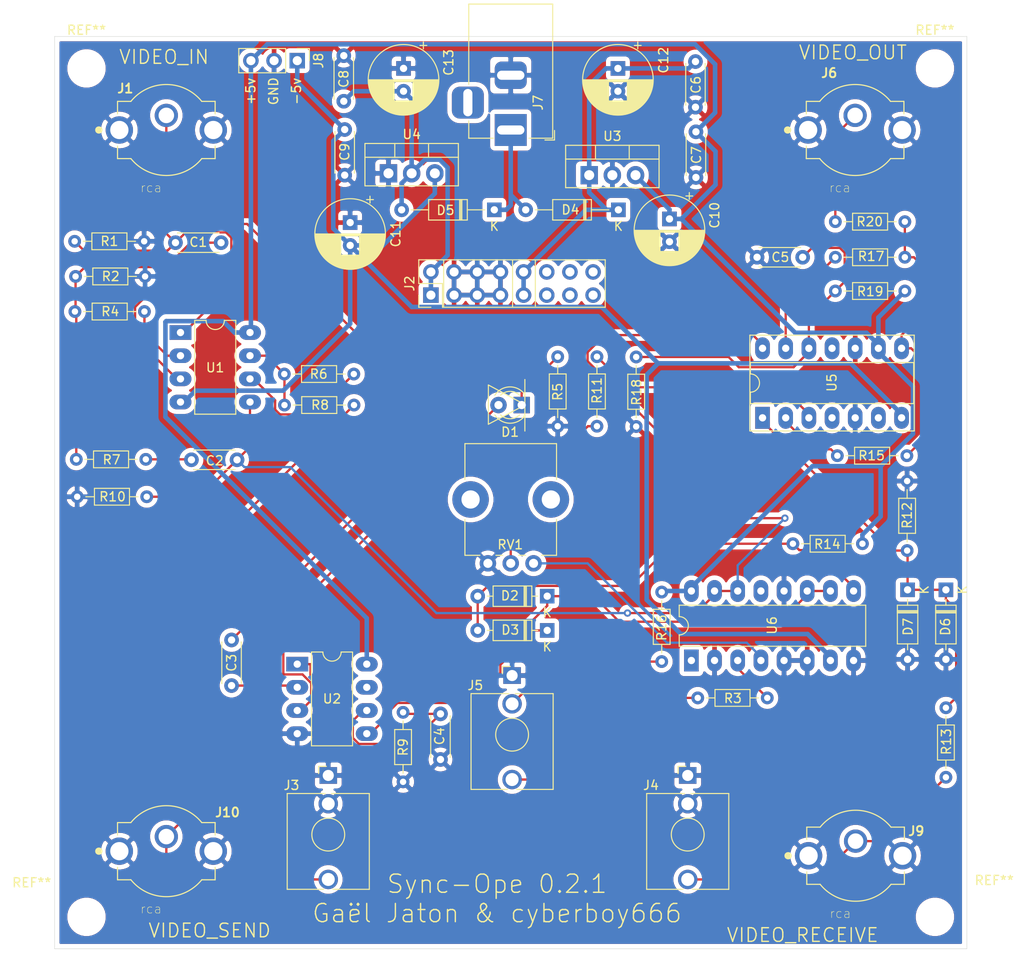
<source format=kicad_pcb>
(kicad_pcb (version 20171130) (host pcbnew 5.1.5+dfsg1-2build2)
  (title_block (title Sync-Ope) (date 2019-11-25) (rev 0.2) (company "Gaël Jaton & cyberboy666"))
  (layers (0 F.Cu signal) (31 B.Cu signal) (34 B.Paste user) (35 F.Paste user) (36 B.SilkS user) (37 F.SilkS user) (38 B.Mask user) (39 F.Mask user) (44 Edge.Cuts user))
  (net 0 "")
  (net 1 "Net-(C1-Pad1)")
  (net 2 VIDEO_TO_SYNC)
  (net 3 "Net-(C2-Pad2)")
  (net 4 DRY_BLANKED_SIGNAL)
  (net 5 "Net-(C3-Pad1)")
  (net 6 "Net-(C4-Pad2)")
  (net 7 GND)
  (net 8 "Net-(C5-Pad1)")
  (net 9 +12V)
  (net 10 +5V)
  (net 11 -12V)
  (net 12 -5V)
  (net 13 "Net-(D1-Pad1)")
  (net 14 "Net-(D1-Pad2)")
  (net 15 BURST_SYNC)
  (net 16 "Net-(D2-Pad2)")
  (net 17 VIDEO_SYNC)
  (net 18 "Net-(J2-Pad11)")
  (net 19 "Net-(J2-Pad12)")
  (net 20 "Net-(J2-Pad13)")
  (net 21 "Net-(J2-Pad14)")
  (net 22 "Net-(J2-Pad15)")
  (net 23 "Net-(J2-Pad16)")
  (net 24 "Net-(J4-PadT)")
  (net 25 "Net-(J5-PadT)")
  (net 26 "Net-(J5-PadTN)")
  (net 27 "Net-(R2-Pad1)")
  (net 28 "Net-(R4-Pad1)")
  (net 29 "Net-(R6-Pad1)")
  (net 30 "Net-(R6-Pad2)")
  (net 31 "Net-(R11-Pad1)")
  (net 32 "Net-(R11-Pad2)")
  (net 33 "Net-(R15-Pad2)")
  (net 34 "Net-(R15-Pad1)")
  (net 35 "Net-(R17-Pad2)")
  (net 36 ADDED_SYNC)
  (net 37 "Net-(U2-Pad7)")
  (net 38 "Net-(U5-Pad4)")
  (net 39 "Net-(U5-Pad11)")
  (net 40 "Net-(U5-Pad6)")
  (net 41 "Net-(U6-Pad1)")
  (net 42 "Net-(U6-Pad13)")
  (net 43 "Net-(D4-Pad2)")
  (net 44 "Net-(D6-Pad1)")
  (net 45 "Net-(R3-Pad2)")
  (net 46 "Net-(J10-Pad1)")
  (net 47 "Net-(J6-Pad1)")
  (net 48 "Net-(J7-Pad3)")
  (module Resistor_THT:R_Axial_DIN0204_L3.6mm_D1.6mm_P7.62mm_Horizontal (layer F.Cu) (at 170.5 122.5)
    (fp_text reference R3 (at 3.85 0.05) (layer F.SilkS))
    (fp_text value 220)
    (pad 1 thru_hole circle (at 0 0) (size 1.4 1.4) (drill 0.7) (layers *.Cu *.Mask) (net 25 "Net-(J5-PadT)"))
    (pad 2 thru_hole oval (at 7.62 0) (size 1.4 1.4) (drill 0.7) (layers *.Cu *.Mask) (net 45 "Net-(R3-Pad2)"))
  )
  (module MountingHole:MountingHole_3.2mm_M3 (layer F.Cu) (at 103.5 146.5)
    (fp_text reference REF** (at -6 -3.75) (layer F.SilkS))
    (fp_text value MountingHole_3.2mm_M3)
    (pad 1 np_thru_hole circle (at 0 0) (size 3.2 3.2) (drill 3.2) (layers *.Cu *.Mask))
  )
  (module MountingHole:MountingHole_3.2mm_M3 (layer F.Cu) (at 196.5 146.5)
    (fp_text reference REF** (at 6.5 -4) (layer F.SilkS))
    (fp_text value MountingHole_3.2mm_M3)
    (pad 1 np_thru_hole circle (at 0 0) (size 3.2 3.2) (drill 3.2) (layers *.Cu *.Mask))
  )
  (module MountingHole:MountingHole_3.2mm_M3 (layer F.Cu) (at 196.5 53.5)
    (fp_text reference REF** (at 0 -4.2) (layer F.SilkS))
    (fp_text value MountingHole_3.2mm_M3)
    (pad 1 np_thru_hole circle (at 0 0) (size 3.2 3.2) (drill 3.2) (layers *.Cu *.Mask))
  )
  (module MountingHole:MountingHole_3.2mm_M3 (layer F.Cu) (at 103.5 53.5)
    (fp_text reference REF** (at 0 -4.2) (layer F.SilkS))
    (fp_text value MountingHole_3.2mm_M3)
    (pad 1 np_thru_hole circle (at 0 0) (size 3.2 3.2) (drill 3.2) (layers *.Cu *.Mask))
  )
  (module Capacitor_THT:C_Disc_D4.3mm_W1.9mm_P5.00mm (layer F.Cu) (at 118.25 72.6 180)
    (fp_text reference C1 (at 2.5 0.05) (layer F.SilkS))
    (fp_text value 100n)
    (pad 1 thru_hole circle (at 0 0 180) (size 1.6 1.6) (drill 0.8) (layers *.Cu *.Mask) (net 1 "Net-(C1-Pad1)"))
    (pad 2 thru_hole circle (at 5 0 180) (size 1.6 1.6) (drill 0.8) (layers *.Cu *.Mask) (net 2 VIDEO_TO_SYNC))
  )
  (module Capacitor_THT:C_Disc_D4.3mm_W1.9mm_P5.00mm (layer F.Cu) (at 120 96.4 180)
    (fp_text reference C2 (at 2.45 -0.1) (layer F.SilkS))
    (fp_text value 100n)
    (pad 2 thru_hole circle (at 5 0 180) (size 1.6 1.6) (drill 0.8) (layers *.Cu *.Mask) (net 3 "Net-(C2-Pad2)"))
    (pad 1 thru_hole circle (at 0 0 180) (size 1.6 1.6) (drill 0.8) (layers *.Cu *.Mask) (net 4 DRY_BLANKED_SIGNAL))
  )
  (module Capacitor_THT:C_Disc_D4.3mm_W1.9mm_P5.00mm (layer F.Cu) (at 119.4 121.15 90)
    (fp_text reference C3 (at 2.5 0 90) (layer F.SilkS))
    (fp_text value 100n)
    (pad 1 thru_hole circle (at 0 0 90) (size 1.6 1.6) (drill 0.8) (layers *.Cu *.Mask) (net 5 "Net-(C3-Pad1)"))
    (pad 2 thru_hole circle (at 5 0 90) (size 1.6 1.6) (drill 0.8) (layers *.Cu *.Mask) (net 2 VIDEO_TO_SYNC))
  )
  (module Capacitor_THT:C_Disc_D4.3mm_W1.9mm_P5.00mm (layer F.Cu) (at 142.3 129.25 90)
    (fp_text reference C4 (at 2.55 -0.1 90) (layer F.SilkS))
    (fp_text value 100n)
    (pad 2 thru_hole circle (at 5 0 90) (size 1.6 1.6) (drill 0.8) (layers *.Cu *.Mask) (net 6 "Net-(C4-Pad2)"))
    (pad 1 thru_hole circle (at 0 0 90) (size 1.6 1.6) (drill 0.8) (layers *.Cu *.Mask) (net 7 GND))
  )
  (module Capacitor_THT:C_Disc_D4.3mm_W1.9mm_P5.00mm (layer F.Cu) (at 182 74.2 180)
    (fp_text reference C5 (at 2.45 0) (layer F.SilkS))
    (fp_text value 100n)
    (pad 1 thru_hole circle (at 0 0 180) (size 1.6 1.6) (drill 0.8) (layers *.Cu *.Mask) (net 8 "Net-(C5-Pad1)"))
    (pad 2 thru_hole circle (at 5 0 180) (size 1.6 1.6) (drill 0.8) (layers *.Cu *.Mask) (net 7 GND))
  )
  (module Capacitor_THT:C_Disc_D4.3mm_W1.9mm_P5.00mm (layer F.Cu) (at 170.25 52.75 270)
    (fp_text reference C6 (at 2.55 -0.05 90) (layer F.SilkS))
    (fp_text value 330n)
    (pad 2 thru_hole circle (at 5 0 270) (size 1.6 1.6) (drill 0.8) (layers *.Cu *.Mask) (net 7 GND))
    (pad 1 thru_hole circle (at 0 0 270) (size 1.6 1.6) (drill 0.8) (layers *.Cu *.Mask) (net 9 +12V))
  )
  (module Capacitor_THT:C_Disc_D4.3mm_W1.9mm_P5.00mm (layer F.Cu) (at 170.3 60.45 270)
    (fp_text reference C7 (at 2.55 -0.05 90) (layer F.SilkS))
    (fp_text value 100n)
    (pad 1 thru_hole circle (at 0 0 270) (size 1.6 1.6) (drill 0.8) (layers *.Cu *.Mask) (net 10 +5V))
    (pad 2 thru_hole circle (at 5 0 270) (size 1.6 1.6) (drill 0.8) (layers *.Cu *.Mask) (net 7 GND))
  )
  (module Capacitor_THT:C_Disc_D4.3mm_W1.9mm_P5.00mm (layer F.Cu) (at 131.7 52.1 270)
    (fp_text reference C8 (at 2.55 0 90) (layer F.SilkS))
    (fp_text value 330n)
    (pad 2 thru_hole circle (at 5 0 270) (size 1.6 1.6) (drill 0.8) (layers *.Cu *.Mask) (net 11 -12V))
    (pad 1 thru_hole circle (at 0 0 270) (size 1.6 1.6) (drill 0.8) (layers *.Cu *.Mask) (net 7 GND))
  )
  (module Capacitor_THT:C_Disc_D4.3mm_W1.9mm_P5.00mm (layer F.Cu) (at 131.8 65.2 90)
    (fp_text reference C9 (at 2.55 0 90) (layer F.SilkS))
    (fp_text value 100n)
    (pad 1 thru_hole circle (at 0 0 90) (size 1.6 1.6) (drill 0.8) (layers *.Cu *.Mask) (net 7 GND))
    (pad 2 thru_hole circle (at 5 0 90) (size 1.6 1.6) (drill 0.8) (layers *.Cu *.Mask) (net 12 -5V))
  )
  (module Capacitor_THT:CP_Radial_D7.5mm_P2.50mm (layer F.Cu) (at 167.4 70 270)
    (fp_text reference C10 (at -0.4 -4.95 90) (layer F.SilkS))
    (fp_text value 100u)
    (pad 1 thru_hole rect (at 0 0 270) (size 1.6 1.6) (drill 0.8) (layers *.Cu *.Mask) (net 10 +5V))
    (pad 2 thru_hole circle (at 2.5 0 270) (size 1.6 1.6) (drill 0.8) (layers *.Cu *.Mask) (net 7 GND))
  )
  (module Capacitor_THT:CP_Radial_D7.5mm_P2.50mm (layer F.Cu) (at 132.4 70.4 270)
    (fp_text reference C11 (at 1.25 -5 90) (layer F.SilkS))
    (fp_text value 100u)
    (pad 2 thru_hole circle (at 2.5 0 270) (size 1.6 1.6) (drill 0.8) (layers *.Cu *.Mask) (net 12 -5V))
    (pad 1 thru_hole rect (at 0 0 270) (size 1.6 1.6) (drill 0.8) (layers *.Cu *.Mask) (net 7 GND))
  )
  (module Capacitor_THT:CP_Radial_D7.5mm_P2.50mm (layer F.Cu) (at 161.75 53.5 270)
    (fp_text reference C12 (at -0.9 -5 90) (layer F.SilkS))
    (fp_text value 200u)
    (pad 1 thru_hole rect (at 0 0 270) (size 1.6 1.6) (drill 0.8) (layers *.Cu *.Mask) (net 9 +12V))
    (pad 2 thru_hole circle (at 2.5 0 270) (size 1.6 1.6) (drill 0.8) (layers *.Cu *.Mask) (net 7 GND))
  )
  (module Capacitor_THT:CP_Radial_D7.5mm_P2.50mm (layer F.Cu) (at 138.25 53.5 270)
    (fp_text reference C13 (at -0.65 -4.95 90) (layer F.SilkS))
    (fp_text value 200u)
    (pad 2 thru_hole circle (at 2.5 0 270) (size 1.6 1.6) (drill 0.8) (layers *.Cu *.Mask) (net 11 -12V))
    (pad 1 thru_hole rect (at 0 0 270) (size 1.6 1.6) (drill 0.8) (layers *.Cu *.Mask) (net 7 GND))
  )
  (module LED_THT:LED_D3.0mm (layer F.Cu) (at 151.2 90.4 180)
    (fp_text reference D1 (at 1.27 -2.96) (layer F.SilkS))
    (fp_text value "video signal indicator LED")
    (pad 1 thru_hole rect (at 0 0 180) (size 1.8 1.8) (drill 0.9) (layers *.Cu *.Mask) (net 13 "Net-(D1-Pad1)"))
    (pad 2 thru_hole circle (at 2.54 0 180) (size 1.8 1.8) (drill 0.9) (layers *.Cu *.Mask) (net 14 "Net-(D1-Pad2)"))
  )
  (module Diode_THT:D_DO-35_SOD27_P7.62mm_Horizontal (layer F.Cu) (at 154 111.35 180)
    (fp_text reference D2 (at 4.1 0.05) (layer F.SilkS))
    (fp_text value 1n4148)
    (fp_text user K (at 0 -1.8) (layer F.SilkS))
    (pad 2 thru_hole oval (at 7.62 0 180) (size 1.6 1.6) (drill 0.8) (layers *.Cu *.Mask) (net 16 "Net-(D2-Pad2)"))
    (pad 1 thru_hole rect (at 0 0 180) (size 1.6 1.6) (drill 0.8) (layers *.Cu *.Mask) (net 15 BURST_SYNC))
  )
  (module Diode_THT:D_DO-35_SOD27_P7.62mm_Horizontal (layer F.Cu) (at 154 115.1 180)
    (fp_text reference D3 (at 4.05 0.05) (layer F.SilkS))
    (fp_text value 1n4148)
    (fp_text user K (at 0 -1.8) (layer F.SilkS))
    (pad 1 thru_hole rect (at 0 0 180) (size 1.6 1.6) (drill 0.8) (layers *.Cu *.Mask) (net 17 VIDEO_SYNC))
    (pad 2 thru_hole oval (at 7.62 0 180) (size 1.6 1.6) (drill 0.8) (layers *.Cu *.Mask) (net 16 "Net-(D2-Pad2)"))
  )
  (module Diode_THT:D_DO-35_SOD27_P10.16mm_Horizontal (layer F.Cu) (at 161.8 69 180)
    (fp_text reference D4 (at 5.25 0) (layer F.SilkS))
    (fp_text value 1n4007)
    (fp_text user K (at 0 -1.8) (layer F.SilkS))
    (pad 1 thru_hole rect (at 0 0 180) (size 1.6 1.6) (drill 0.8) (layers *.Cu *.Mask) (net 9 +12V))
    (pad 2 thru_hole oval (at 10.16 0 180) (size 1.6 1.6) (drill 0.8) (layers *.Cu *.Mask) (net 43 "Net-(D4-Pad2)"))
  )
  (module Diode_THT:D_DO-35_SOD27_P10.16mm_Horizontal (layer F.Cu) (at 148.2 69 180)
    (fp_text reference D5 (at 5.35 -0.05) (layer F.SilkS))
    (fp_text value 1n4007)
    (fp_text user K (at 0 -1.8) (layer F.SilkS))
    (pad 2 thru_hole oval (at 10.16 0 180) (size 1.6 1.6) (drill 0.8) (layers *.Cu *.Mask) (net 11 -12V))
    (pad 1 thru_hole rect (at 0 0 180) (size 1.6 1.6) (drill 0.8) (layers *.Cu *.Mask) (net 43 "Net-(D4-Pad2)"))
  )
  (module Diode_THT:D_DO-35_SOD27_P7.62mm_Horizontal (layer F.Cu) (at 197.7 110.65 270)
    (fp_text reference D6 (at 4.05 0.05 90) (layer F.SilkS))
    (fp_text value zener_1.8v)
    (fp_text user K (at 0 -1.8 90) (layer F.SilkS))
    (pad 1 thru_hole rect (at 0 0 270) (size 1.6 1.6) (drill 0.8) (layers *.Cu *.Mask) (net 44 "Net-(D6-Pad1)"))
    (pad 2 thru_hole oval (at 7.62 0 270) (size 1.6 1.6) (drill 0.8) (layers *.Cu *.Mask) (net 7 GND))
  )
  (module Diode_THT:D_DO-35_SOD27_P7.62mm_Horizontal (layer F.Cu) (at 193.5 110.65 270)
    (fp_text reference D7 (at 4.05 -0.05 90) (layer F.SilkS))
    (fp_text value schottky)
    (fp_text user K (at 0 -1.8 90) (layer F.SilkS))
    (pad 2 thru_hole oval (at 7.62 0 270) (size 1.6 1.6) (drill 0.8) (layers *.Cu *.Mask) (net 7 GND))
    (pad 1 thru_hole rect (at 0 0 270) (size 1.6 1.6) (drill 0.8) (layers *.Cu *.Mask) (net 44 "Net-(D6-Pad1)"))
  )
  (module lib_fp:RCJ-024 (layer F.Cu) (at 112.25 60.25)
    (fp_text reference J1 (at -4.5 -4.55) (layer F.SilkS) (effects (font (size 1.00143 1.00143) (thickness 0.2))))
    (fp_text value rca (at -1.67672 6.32154) (layer F.SilkS) (effects (font (size 1.00104 1.00104) (thickness 0.05))))
    (pad 2 thru_hole circle (at -5.15 0) (size 3 3) (drill 2) (layers *.Cu *.Mask) (net 7 GND))
    (pad 2 thru_hole circle (at 5.15 0) (size 3 3) (drill 2) (layers *.Cu *.Mask) (net 7 GND))
    (pad 1 thru_hole circle (at 0 -1.6) (size 2.55 2.55) (drill 1.7) (layers *.Cu *.Mask) (net 2 VIDEO_TO_SYNC))
  )
  (module Connector_PinHeader_2.54mm:PinHeader_2x08_P2.54mm_Vertical (layer F.Cu) (at 141.25 78.35 90)
    (fp_text reference J2 (at 1.27 -2.33 90) (layer F.SilkS))
    (fp_text value euro_power)
    (pad 1 thru_hole rect (at 0 0 90) (size 1.7 1.7) (drill 1) (layers *.Cu *.Mask) (net 11 -12V))
    (pad 2 thru_hole oval (at 2.54 0 90) (size 1.7 1.7) (drill 1) (layers *.Cu *.Mask) (net 11 -12V))
    (pad 3 thru_hole oval (at 0 2.54 90) (size 1.7 1.7) (drill 1) (layers *.Cu *.Mask) (net 7 GND))
    (pad 4 thru_hole oval (at 2.54 2.54 90) (size 1.7 1.7) (drill 1) (layers *.Cu *.Mask) (net 7 GND))
    (pad 5 thru_hole oval (at 0 5.08 90) (size 1.7 1.7) (drill 1) (layers *.Cu *.Mask) (net 7 GND))
    (pad 6 thru_hole oval (at 2.54 5.08 90) (size 1.7 1.7) (drill 1) (layers *.Cu *.Mask) (net 7 GND))
    (pad 7 thru_hole oval (at 0 7.62 90) (size 1.7 1.7) (drill 1) (layers *.Cu *.Mask) (net 7 GND))
    (pad 8 thru_hole oval (at 2.54 7.62 90) (size 1.7 1.7) (drill 1) (layers *.Cu *.Mask) (net 7 GND))
    (pad 9 thru_hole oval (at 0 10.16 90) (size 1.7 1.7) (drill 1) (layers *.Cu *.Mask) (net 9 +12V))
    (pad 10 thru_hole oval (at 2.54 10.16 90) (size 1.7 1.7) (drill 1) (layers *.Cu *.Mask) (net 9 +12V))
    (pad 11 thru_hole oval (at 0 12.7 90) (size 1.7 1.7) (drill 1) (layers *.Cu *.Mask) (net 18 "Net-(J2-Pad11)"))
    (pad 12 thru_hole oval (at 2.54 12.7 90) (size 1.7 1.7) (drill 1) (layers *.Cu *.Mask) (net 19 "Net-(J2-Pad12)"))
    (pad 13 thru_hole oval (at 0 15.24 90) (size 1.7 1.7) (drill 1) (layers *.Cu *.Mask) (net 20 "Net-(J2-Pad13)"))
    (pad 14 thru_hole oval (at 2.54 15.24 90) (size 1.7 1.7) (drill 1) (layers *.Cu *.Mask) (net 21 "Net-(J2-Pad14)"))
    (pad 15 thru_hole oval (at 0 17.78 90) (size 1.7 1.7) (drill 1) (layers *.Cu *.Mask) (net 22 "Net-(J2-Pad15)"))
    (pad 16 thru_hole oval (at 2.54 17.78 90) (size 1.7 1.7) (drill 1) (layers *.Cu *.Mask) (net 23 "Net-(J2-Pad16)"))
  )
  (module Connector_Audio:Jack_3.5mm_QingPu_WQP-PJ398SM_Vertical_CircularHoles (layer F.Cu) (at 130 131)
    (fp_text reference J3 (at -4.03 1.08 180) (layer F.SilkS))
    (fp_text value mono_jack)
    (pad TN thru_hole circle (at 0 3.1 180) (size 2.13 2.13) (drill 1.42) (layers *.Cu *.Mask) (net 7 GND))
    (pad S thru_hole rect (at 0 0 180) (size 1.93 1.83) (drill 1.22) (layers *.Cu *.Mask) (net 7 GND))
    (pad T thru_hole circle (at 0 11.4 180) (size 2.13 2.13) (drill 1.43) (layers *.Cu *.Mask) (net 46 "Net-(J10-Pad1)"))
  )
  (module Connector_Audio:Jack_3.5mm_QingPu_WQP-PJ398SM_Vertical_CircularHoles (layer F.Cu) (at 169.4 131)
    (fp_text reference J4 (at -4.03 1.08 180) (layer F.SilkS))
    (fp_text value mono_jack)
    (pad TN thru_hole circle (at 0 3.1 180) (size 2.13 2.13) (drill 1.42) (layers *.Cu *.Mask) (net 7 GND))
    (pad S thru_hole rect (at 0 0 180) (size 1.93 1.83) (drill 1.22) (layers *.Cu *.Mask) (net 7 GND))
    (pad T thru_hole circle (at 0 11.4 180) (size 2.13 2.13) (drill 1.43) (layers *.Cu *.Mask) (net 24 "Net-(J4-PadT)"))
  )
  (module Connector_Audio:Jack_3.5mm_QingPu_WQP-PJ398SM_Vertical_CircularHoles (layer F.Cu) (at 150.15 120.05)
    (fp_text reference J5 (at -4.03 1.08 180) (layer F.SilkS))
    (fp_text value mono_jack)
    (pad T thru_hole circle (at 0 11.4 180) (size 2.13 2.13) (drill 1.43) (layers *.Cu *.Mask) (net 25 "Net-(J5-PadT)"))
    (pad S thru_hole rect (at 0 0 180) (size 1.93 1.83) (drill 1.22) (layers *.Cu *.Mask) (net 7 GND))
    (pad TN thru_hole circle (at 0 3.1 180) (size 2.13 2.13) (drill 1.42) (layers *.Cu *.Mask) (net 26 "Net-(J5-PadTN)"))
  )
  (module lib_fp:RCJ-024 (layer F.Cu) (at 187.75 60.25)
    (fp_text reference J6 (at -2.84404 -6.24388) (layer F.SilkS) (effects (font (size 1.00143 1.00143) (thickness 0.2))))
    (fp_text value rca (at -1.67672 6.32154) (layer F.SilkS) (effects (font (size 1.00104 1.00104) (thickness 0.05))))
    (pad 1 thru_hole circle (at 0 -1.6) (size 2.55 2.55) (drill 1.7) (layers *.Cu *.Mask) (net 47 "Net-(J6-Pad1)"))
    (pad 2 thru_hole circle (at 5.15 0) (size 3 3) (drill 2) (layers *.Cu *.Mask) (net 7 GND))
    (pad 2 thru_hole circle (at -5.15 0) (size 3 3) (drill 2) (layers *.Cu *.Mask) (net 7 GND))
  )
  (module Connector_BarrelJack:BarrelJack_Horizontal (layer F.Cu) (at 150 60.25 270)
    (fp_text reference J7 (at -3 -3 90) (layer F.SilkS))
    (fp_text value AC_POWER)
    (pad 1 thru_hole rect (at 0 0 270) (size 3.5 3.5) (drill oval 1 3) (layers *.Cu *.Mask) (net 43 "Net-(D4-Pad2)"))
    (pad 2 thru_hole roundrect (at -6 0 270) (size 3 3.5) (drill oval 1 3) (layers *.Cu *.Mask) (net 7 GND))
    (pad 3 thru_hole roundrect (at -3 4.7 270) (size 3.5 3.5) (drill oval 3 1) (layers *.Cu *.Mask) (net 48 "Net-(J7-Pad3)"))
  )
  (module Connector_PinHeader_2.54mm:PinHeader_1x03_P2.54mm_Vertical (layer F.Cu) (at 126.6 52.65 270)
    (fp_text reference J8 (at 0 -2.33 90) (layer F.SilkS))
    (fp_text value diy_power_header)
    (pad 1 thru_hole rect (at 0 0 270) (size 1.7 1.7) (drill 1) (layers *.Cu *.Mask) (net 12 -5V))
    (pad 2 thru_hole oval (at 0 2.54 270) (size 1.7 1.7) (drill 1) (layers *.Cu *.Mask) (net 7 GND))
    (pad 3 thru_hole oval (at 0 5.08 270) (size 1.7 1.7) (drill 1) (layers *.Cu *.Mask) (net 10 +5V))
  )
  (module lib_fp:RCJ-024 (layer F.Cu) (at 187.8 139.8)
    (fp_text reference J9 (at 6.65 -2.7) (layer F.SilkS) (effects (font (size 1.00143 1.00143) (thickness 0.2))))
    (fp_text value rca (at -1.67672 6.32154) (layer F.SilkS) (effects (font (size 1.00104 1.00104) (thickness 0.05))))
    (pad 1 thru_hole circle (at 0 -1.6) (size 2.55 2.55) (drill 1.7) (layers *.Cu *.Mask) (net 24 "Net-(J4-PadT)"))
    (pad 2 thru_hole circle (at 5.15 0) (size 3 3) (drill 2) (layers *.Cu *.Mask) (net 7 GND))
    (pad 2 thru_hole circle (at -5.15 0) (size 3 3) (drill 2) (layers *.Cu *.Mask) (net 7 GND))
  )
  (module lib_fp:RCJ-024 (layer F.Cu) (at 112.25 139.3)
    (fp_text reference J10 (at 6.7 -4.25) (layer F.SilkS) (effects (font (size 1.00143 1.00143) (thickness 0.2))))
    (fp_text value rca (at -1.67672 6.32154) (layer F.SilkS) (effects (font (size 1.00104 1.00104) (thickness 0.05))))
    (pad 2 thru_hole circle (at -5.15 0) (size 3 3) (drill 2) (layers *.Cu *.Mask) (net 7 GND))
    (pad 2 thru_hole circle (at 5.15 0) (size 3 3) (drill 2) (layers *.Cu *.Mask) (net 7 GND))
    (pad 1 thru_hole circle (at 0 -1.6) (size 2.55 2.55) (drill 1.7) (layers *.Cu *.Mask) (net 46 "Net-(J10-Pad1)"))
  )
  (module Resistor_THT:R_Axial_DIN0204_L3.6mm_D1.6mm_P7.62mm_Horizontal (layer F.Cu) (at 102.2 72.45)
    (fp_text reference R1 (at 3.81 0) (layer F.SilkS))
    (fp_text value 75)
    (pad 2 thru_hole oval (at 7.62 0) (size 1.4 1.4) (drill 0.7) (layers *.Cu *.Mask) (net 7 GND))
    (pad 1 thru_hole circle (at 0 0) (size 1.4 1.4) (drill 0.7) (layers *.Cu *.Mask) (net 2 VIDEO_TO_SYNC))
  )
  (module Resistor_THT:R_Axial_DIN0204_L3.6mm_D1.6mm_P7.62mm_Horizontal (layer F.Cu) (at 102.3 76.3)
    (fp_text reference R2 (at 3.85 0) (layer F.SilkS))
    (fp_text value 1.5k)
    (pad 1 thru_hole circle (at 0 0) (size 1.4 1.4) (drill 0.7) (layers *.Cu *.Mask) (net 27 "Net-(R2-Pad1)"))
    (pad 2 thru_hole oval (at 7.62 0) (size 1.4 1.4) (drill 0.7) (layers *.Cu *.Mask) (net 7 GND))
  )
  (module Resistor_THT:R_Axial_DIN0204_L3.6mm_D1.6mm_P7.62mm_Horizontal (layer F.Cu) (at 109.85 80.15 180)
    (fp_text reference R4 (at 3.75 0) (layer F.SilkS))
    (fp_text value 1.5k)
    (pad 1 thru_hole circle (at 0 0 180) (size 1.4 1.4) (drill 0.7) (layers *.Cu *.Mask) (net 28 "Net-(R4-Pad1)"))
    (pad 2 thru_hole oval (at 7.62 0 180) (size 1.4 1.4) (drill 0.7) (layers *.Cu *.Mask) (net 27 "Net-(R2-Pad1)"))
  )
  (module Resistor_THT:R_Axial_DIN0204_L3.6mm_D1.6mm_P7.62mm_Horizontal (layer F.Cu) (at 155.15 85.1 270)
    (fp_text reference R5 (at 3.85 0 90) (layer F.SilkS))
    (fp_text value 1k)
    (pad 2 thru_hole oval (at 7.62 0 270) (size 1.4 1.4) (drill 0.7) (layers *.Cu *.Mask) (net 7 GND))
    (pad 1 thru_hole circle (at 0 0 270) (size 1.4 1.4) (drill 0.7) (layers *.Cu *.Mask) (net 13 "Net-(D1-Pad1)"))
  )
  (module Resistor_THT:R_Axial_DIN0204_L3.6mm_D1.6mm_P7.62mm_Horizontal (layer F.Cu) (at 132.8 87 180)
    (fp_text reference R6 (at 3.85 0) (layer F.SilkS))
    (fp_text value 1.5k)
    (pad 2 thru_hole oval (at 7.62 0 180) (size 1.4 1.4) (drill 0.7) (layers *.Cu *.Mask) (net 30 "Net-(R6-Pad2)"))
    (pad 1 thru_hole circle (at 0 0 180) (size 1.4 1.4) (drill 0.7) (layers *.Cu *.Mask) (net 29 "Net-(R6-Pad1)"))
  )
  (module Resistor_THT:R_Axial_DIN0204_L3.6mm_D1.6mm_P7.62mm_Horizontal (layer F.Cu) (at 110 96.35 180)
    (fp_text reference R7 (at 3.75 -0.05) (layer F.SilkS))
    (fp_text value 100)
    (pad 2 thru_hole oval (at 7.62 0 180) (size 1.4 1.4) (drill 0.7) (layers *.Cu *.Mask) (net 27 "Net-(R2-Pad1)"))
    (pad 1 thru_hole circle (at 0 0 180) (size 1.4 1.4) (drill 0.7) (layers *.Cu *.Mask) (net 3 "Net-(C2-Pad2)"))
  )
  (module Resistor_THT:R_Axial_DIN0204_L3.6mm_D1.6mm_P7.62mm_Horizontal (layer F.Cu) (at 125.2 90.4)
    (fp_text reference R8 (at 3.9 0) (layer F.SilkS))
    (fp_text value 75)
    (pad 1 thru_hole circle (at 0 0) (size 1.4 1.4) (drill 0.7) (layers *.Cu *.Mask) (net 30 "Net-(R6-Pad2)"))
    (pad 2 thru_hole oval (at 7.62 0) (size 1.4 1.4) (drill 0.7) (layers *.Cu *.Mask) (net 46 "Net-(J10-Pad1)"))
  )
  (module Resistor_THT:R_Axial_DIN0204_L3.6mm_D1.6mm_P7.62mm_Horizontal (layer F.Cu) (at 138.2 131.7 90)
    (fp_text reference R9 (at 3.8 0 90) (layer F.SilkS))
    (fp_text value 680k)
    (pad 2 thru_hole oval (at 7.62 0 90) (size 1.4 1.4) (drill 0.7) (layers *.Cu *.Mask) (net 6 "Net-(C4-Pad2)"))
    (pad 1 thru_hole circle (at 0 0 90) (size 1.4 1.4) (drill 0.7) (layers *.Cu *.Mask) (net 7 GND))
  )
  (module Resistor_THT:R_Axial_DIN0204_L3.6mm_D1.6mm_P7.62mm_Horizontal (layer F.Cu) (at 110.1 100.45 180)
    (fp_text reference R10 (at 3.75 0) (layer F.SilkS))
    (fp_text value 100k)
    (pad 1 thru_hole circle (at 0 0 180) (size 1.4 1.4) (drill 0.7) (layers *.Cu *.Mask) (net 4 DRY_BLANKED_SIGNAL))
    (pad 2 thru_hole oval (at 7.62 0 180) (size 1.4 1.4) (drill 0.7) (layers *.Cu *.Mask) (net 7 GND))
  )
  (module Resistor_THT:R_Axial_DIN0204_L3.6mm_D1.6mm_P7.62mm_Horizontal (layer F.Cu) (at 159.45 85.1 270)
    (fp_text reference R11 (at 3.7 0 90) (layer F.SilkS))
    (fp_text value 220)
    (pad 1 thru_hole circle (at 0 0 270) (size 1.4 1.4) (drill 0.7) (layers *.Cu *.Mask) (net 31 "Net-(R11-Pad1)"))
    (pad 2 thru_hole oval (at 7.62 0 270) (size 1.4 1.4) (drill 0.7) (layers *.Cu *.Mask) (net 32 "Net-(R11-Pad2)"))
  )
  (module Resistor_THT:R_Axial_DIN0204_L3.6mm_D1.6mm_P7.62mm_Horizontal (layer F.Cu) (at 193.45 106.35 90)
    (fp_text reference R12 (at 3.85 0 90) (layer F.SilkS))
    (fp_text value 470k)
    (pad 2 thru_hole oval (at 7.62 0 90) (size 1.4 1.4) (drill 0.7) (layers *.Cu *.Mask) (net 7 GND))
    (pad 1 thru_hole circle (at 0 0 90) (size 1.4 1.4) (drill 0.7) (layers *.Cu *.Mask) (net 44 "Net-(D6-Pad1)"))
  )
  (module Resistor_THT:R_Axial_DIN0204_L3.6mm_D1.6mm_P7.62mm_Horizontal (layer F.Cu) (at 197.7 131.2 90)
    (fp_text reference R13 (at 3.9 0.05 90) (layer F.SilkS))
    (fp_text value 75)
    (pad 2 thru_hole oval (at 7.62 0 90) (size 1.4 1.4) (drill 0.7) (layers *.Cu *.Mask) (net 44 "Net-(D6-Pad1)"))
    (pad 1 thru_hole circle (at 0 0 90) (size 1.4 1.4) (drill 0.7) (layers *.Cu *.Mask) (net 24 "Net-(J4-PadT)"))
  )
  (module Resistor_THT:R_Axial_DIN0204_L3.6mm_D1.6mm_P7.62mm_Horizontal (layer F.Cu) (at 188.55 105.6 180)
    (fp_text reference R14 (at 3.85 -0.05) (layer F.SilkS))
    (fp_text value 10k)
    (pad 2 thru_hole oval (at 7.62 0 180) (size 1.4 1.4) (drill 0.7) (layers *.Cu *.Mask) (net 16 "Net-(D2-Pad2)"))
    (pad 1 thru_hole circle (at 0 0 180) (size 1.4 1.4) (drill 0.7) (layers *.Cu *.Mask) (net 10 +5V))
  )
  (module Resistor_THT:R_Axial_DIN0204_L3.6mm_D1.6mm_P7.62mm_Horizontal (layer F.Cu) (at 185.8 95.95)
    (fp_text reference R15 (at 3.75 0) (layer F.SilkS))
    (fp_text value 1.5k)
    (pad 1 thru_hole circle (at 0 0) (size 1.4 1.4) (drill 0.7) (layers *.Cu *.Mask) (net 34 "Net-(R15-Pad1)"))
    (pad 2 thru_hole oval (at 7.62 0) (size 1.4 1.4) (drill 0.7) (layers *.Cu *.Mask) (net 33 "Net-(R15-Pad2)"))
  )
  (module Resistor_THT:R_Axial_DIN0204_L3.6mm_D1.6mm_P7.62mm_Horizontal (layer F.Cu) (at 166.55 110.9 270)
    (fp_text reference R16 (at 3.9 0 90) (layer F.SilkS))
    (fp_text value 39k)
    (pad 1 thru_hole circle (at 0 0 270) (size 1.4 1.4) (drill 0.7) (layers *.Cu *.Mask) (net 10 +5V))
    (pad 2 thru_hole oval (at 7.62 0 270) (size 1.4 1.4) (drill 0.7) (layers *.Cu *.Mask) (net 26 "Net-(J5-PadTN)"))
  )
  (module Resistor_THT:R_Axial_DIN0204_L3.6mm_D1.6mm_P7.62mm_Horizontal (layer F.Cu) (at 193.2 74.2 180)
    (fp_text reference R17 (at 3.7 0.1) (layer F.SilkS))
    (fp_text value 1.5k)
    (pad 2 thru_hole oval (at 7.62 0 180) (size 1.4 1.4) (drill 0.7) (layers *.Cu *.Mask) (net 35 "Net-(R17-Pad2)"))
    (pad 1 thru_hole circle (at 0 0 180) (size 1.4 1.4) (drill 0.7) (layers *.Cu *.Mask) (net 33 "Net-(R15-Pad2)"))
  )
  (module Resistor_THT:R_Axial_DIN0204_L3.6mm_D1.6mm_P7.62mm_Horizontal (layer F.Cu) (at 163.75 92.75 90)
    (fp_text reference R18 (at 3.75 0.05 90) (layer F.SilkS))
    (fp_text value 10k)
    (pad 1 thru_hole circle (at 0 0 90) (size 1.4 1.4) (drill 0.7) (layers *.Cu *.Mask) (net 7 GND))
    (pad 2 thru_hole oval (at 7.62 0 90) (size 1.4 1.4) (drill 0.7) (layers *.Cu *.Mask) (net 8 "Net-(C5-Pad1)"))
  )
  (module Resistor_THT:R_Axial_DIN0204_L3.6mm_D1.6mm_P7.62mm_Horizontal (layer F.Cu) (at 193.2 77.9 180)
    (fp_text reference R19 (at 3.8 -0.05) (layer F.SilkS))
    (fp_text value 47k)
    (pad 2 thru_hole oval (at 7.62 0 180) (size 1.4 1.4) (drill 0.7) (layers *.Cu *.Mask) (net 8 "Net-(C5-Pad1)"))
    (pad 1 thru_hole circle (at 0 0 180) (size 1.4 1.4) (drill 0.7) (layers *.Cu *.Mask) (net 10 +5V))
  )
  (module Resistor_THT:R_Axial_DIN0204_L3.6mm_D1.6mm_P7.62mm_Horizontal (layer F.Cu) (at 193.2 70.3 180)
    (fp_text reference R20 (at 3.85 0) (layer F.SilkS))
    (fp_text value 75)
    (pad 1 thru_hole circle (at 0 0 180) (size 1.4 1.4) (drill 0.7) (layers *.Cu *.Mask) (net 33 "Net-(R15-Pad2)"))
    (pad 2 thru_hole oval (at 7.62 0 180) (size 1.4 1.4) (drill 0.7) (layers *.Cu *.Mask) (net 47 "Net-(J6-Pad1)"))
  )
  (module Potentiometer_THT:Potentiometer_Alps_RK09K_Single_Vertical (layer F.Cu) (at 152.5 107.75 90)
    (fp_text reference RV1 (at 2.05 -2.55 180) (layer F.SilkS))
    (fp_text value 10k)
    (pad 3 thru_hole circle (at 0 -5 90) (size 1.8 1.8) (drill 1) (layers *.Cu *.Mask) (net 7 GND))
    (pad 2 thru_hole circle (at 0 -2.5 90) (size 1.8 1.8) (drill 1) (layers *.Cu *.Mask) (net 32 "Net-(R11-Pad2)"))
    (pad 1 thru_hole circle (at 0 0 90) (size 1.8 1.8) (drill 1) (layers *.Cu *.Mask) (net 36 ADDED_SYNC))
    (pad "" np_thru_hole circle (at 7 -6.9 90) (size 4 4) (drill 2) (layers *.Cu *.Mask))
    (pad "" np_thru_hole circle (at 7 1.9 90) (size 4 4) (drill 2) (layers *.Cu *.Mask))
  )
  (module Package_DIP:DIP-8_W7.62mm_LongPads (layer F.Cu) (at 113.8 82.45)
    (fp_text reference U1 (at 3.8 3.85) (layer F.SilkS))
    (fp_text value AD8072)
    (pad 1 thru_hole rect (at 0 0) (size 2.4 1.6) (drill 0.8) (layers *.Cu *.Mask) (net 27 "Net-(R2-Pad1)"))
    (pad 5 thru_hole oval (at 7.62 7.62) (size 2.4 1.6) (drill 0.8) (layers *.Cu *.Mask) (net 4 DRY_BLANKED_SIGNAL))
    (pad 2 thru_hole oval (at 0 2.54) (size 2.4 1.6) (drill 0.8) (layers *.Cu *.Mask) (net 28 "Net-(R4-Pad1)"))
    (pad 6 thru_hole oval (at 7.62 5.08) (size 2.4 1.6) (drill 0.8) (layers *.Cu *.Mask) (net 29 "Net-(R6-Pad1)"))
    (pad 3 thru_hole oval (at 0 5.08) (size 2.4 1.6) (drill 0.8) (layers *.Cu *.Mask) (net 1 "Net-(C1-Pad1)"))
    (pad 7 thru_hole oval (at 7.62 2.54) (size 2.4 1.6) (drill 0.8) (layers *.Cu *.Mask) (net 30 "Net-(R6-Pad2)"))
    (pad 4 thru_hole oval (at 0 7.62) (size 2.4 1.6) (drill 0.8) (layers *.Cu *.Mask) (net 12 -5V))
    (pad 8 thru_hole oval (at 7.62 0) (size 2.4 1.6) (drill 0.8) (layers *.Cu *.Mask) (net 10 +5V))
  )
  (module Package_DIP:DIP-8_W7.62mm_LongPads (layer F.Cu) (at 126.6 118.8)
    (fp_text reference U2 (at 3.81 3.8) (layer F.SilkS))
    (fp_text value LM1881)
    (pad 8 thru_hole oval (at 7.62 0) (size 2.4 1.6) (drill 0.8) (layers *.Cu *.Mask) (net 10 +5V))
    (pad 4 thru_hole oval (at 0 7.62) (size 2.4 1.6) (drill 0.8) (layers *.Cu *.Mask) (net 7 GND))
    (pad 7 thru_hole oval (at 7.62 2.54) (size 2.4 1.6) (drill 0.8) (layers *.Cu *.Mask) (net 37 "Net-(U2-Pad7)"))
    (pad 3 thru_hole oval (at 0 5.08) (size 2.4 1.6) (drill 0.8) (layers *.Cu *.Mask) (net 14 "Net-(D1-Pad2)"))
    (pad 6 thru_hole oval (at 7.62 5.08) (size 2.4 1.6) (drill 0.8) (layers *.Cu *.Mask) (net 6 "Net-(C4-Pad2)"))
    (pad 2 thru_hole oval (at 0 2.54) (size 2.4 1.6) (drill 0.8) (layers *.Cu *.Mask) (net 5 "Net-(C3-Pad1)"))
    (pad 5 thru_hole oval (at 7.62 7.62) (size 2.4 1.6) (drill 0.8) (layers *.Cu *.Mask) (net 15 BURST_SYNC))
    (pad 1 thru_hole rect (at 0 0) (size 2.4 1.6) (drill 0.8) (layers *.Cu *.Mask) (net 17 VIDEO_SYNC))
  )
  (module Package_DIP:DIP-14_W7.62mm_Socket_LongPads (layer F.Cu) (at 177.6 91.8 90)
    (fp_text reference U5 (at 3.85 7.6 90) (layer F.SilkS))
    (fp_text value LT1251)
    (pad 1 thru_hole rect (at 0 0 90) (size 2.4 1.6) (drill 0.8) (layers *.Cu *.Mask) (net 44 "Net-(D6-Pad1)"))
    (pad 8 thru_hole oval (at 7.62 15.24 90) (size 2.4 1.6) (drill 0.8) (layers *.Cu *.Mask) (net 33 "Net-(R15-Pad2)"))
    (pad 2 thru_hole oval (at 0 2.54 90) (size 2.4 1.6) (drill 0.8) (layers *.Cu *.Mask) (net 34 "Net-(R15-Pad1)"))
    (pad 9 thru_hole oval (at 7.62 12.7 90) (size 2.4 1.6) (drill 0.8) (layers *.Cu *.Mask) (net 10 +5V))
    (pad 3 thru_hole oval (at 0 5.08 90) (size 2.4 1.6) (drill 0.8) (layers *.Cu *.Mask) (net 31 "Net-(R11-Pad1)"))
    (pad 10 thru_hole oval (at 7.62 10.16 90) (size 2.4 1.6) (drill 0.8) (layers *.Cu *.Mask) (net 7 GND))
    (pad 4 thru_hole oval (at 0 7.62 90) (size 2.4 1.6) (drill 0.8) (layers *.Cu *.Mask) (net 38 "Net-(U5-Pad4)"))
    (pad 11 thru_hole oval (at 7.62 7.62 90) (size 2.4 1.6) (drill 0.8) (layers *.Cu *.Mask) (net 39 "Net-(U5-Pad11)"))
    (pad 5 thru_hole oval (at 0 10.16 90) (size 2.4 1.6) (drill 0.8) (layers *.Cu *.Mask) (net 7 GND))
    (pad 12 thru_hole oval (at 7.62 5.08 90) (size 2.4 1.6) (drill 0.8) (layers *.Cu *.Mask) (net 8 "Net-(C5-Pad1)"))
    (pad 6 thru_hole oval (at 0 12.7 90) (size 2.4 1.6) (drill 0.8) (layers *.Cu *.Mask) (net 40 "Net-(U5-Pad6)"))
    (pad 13 thru_hole oval (at 7.62 2.54 90) (size 2.4 1.6) (drill 0.8) (layers *.Cu *.Mask) (net 35 "Net-(R17-Pad2)"))
    (pad 7 thru_hole oval (at 0 15.24 90) (size 2.4 1.6) (drill 0.8) (layers *.Cu *.Mask) (net 12 -5V))
    (pad 14 thru_hole oval (at 7.62 0 90) (size 2.4 1.6) (drill 0.8) (layers *.Cu *.Mask) (net 4 DRY_BLANKED_SIGNAL))
  )
  (module Package_TO_SOT_THT:TO-220-3_Vertical (layer F.Cu) (at 158.6 65.2)
    (fp_text reference U3 (at 2.54 -4.27) (layer F.SilkS))
    (fp_text value L7805)
    (pad 3 thru_hole oval (at 5.08 0) (size 1.905 2) (drill 1.1) (layers *.Cu *.Mask) (net 10 +5V))
    (pad 2 thru_hole oval (at 2.54 0) (size 1.905 2) (drill 1.1) (layers *.Cu *.Mask) (net 7 GND))
    (pad 1 thru_hole rect (at 0 0) (size 1.905 2) (drill 1.1) (layers *.Cu *.Mask) (net 9 +12V))
  )
  (module Package_TO_SOT_THT:TO-220-3_Vertical (layer F.Cu) (at 136.6 65)
    (fp_text reference U4 (at 2.54 -4.27) (layer F.SilkS))
    (fp_text value L7905)
    (pad 1 thru_hole rect (at 0 0) (size 1.905 2) (drill 1.1) (layers *.Cu *.Mask) (net 7 GND))
    (pad 2 thru_hole oval (at 2.54 0) (size 1.905 2) (drill 1.1) (layers *.Cu *.Mask) (net 11 -12V))
    (pad 3 thru_hole oval (at 5.08 0) (size 1.905 2) (drill 1.1) (layers *.Cu *.Mask) (net 12 -5V))
  )
  (module Package_DIP:DIP-16_W7.62mm_LongPads (layer F.Cu) (at 169.8 118.4 90)
    (fp_text reference U6 (at 3.85 8.85 90) (layer F.SilkS))
    (fp_text value CD4053BE)
    (pad 1 thru_hole rect (at 0 0 90) (size 2.4 1.6) (drill 0.8) (layers *.Cu *.Mask) (net 41 "Net-(U6-Pad1)"))
    (pad 9 thru_hole oval (at 7.62 17.78 90) (size 2.4 1.6) (drill 0.8) (layers *.Cu *.Mask) (net 16 "Net-(D2-Pad2)"))
    (pad 2 thru_hole oval (at 0 2.54 90) (size 2.4 1.6) (drill 0.8) (layers *.Cu *.Mask) (net 7 GND))
    (pad 10 thru_hole oval (at 7.62 15.24 90) (size 2.4 1.6) (drill 0.8) (layers *.Cu *.Mask) (net 15 BURST_SYNC))
    (pad 3 thru_hole oval (at 0 5.08 90) (size 2.4 1.6) (drill 0.8) (layers *.Cu *.Mask) (net 45 "Net-(R3-Pad2)"))
    (pad 11 thru_hole oval (at 7.62 12.7 90) (size 2.4 1.6) (drill 0.8) (layers *.Cu *.Mask) (net 15 BURST_SYNC))
    (pad 4 thru_hole oval (at 0 7.62 90) (size 2.4 1.6) (drill 0.8) (layers *.Cu *.Mask) (net 36 ADDED_SYNC))
    (pad 12 thru_hole oval (at 7.62 10.16 90) (size 2.4 1.6) (drill 0.8) (layers *.Cu *.Mask) (net 7 GND))
    (pad 5 thru_hole oval (at 0 10.16 90) (size 2.4 1.6) (drill 0.8) (layers *.Cu *.Mask) (net 7 GND))
    (pad 13 thru_hole oval (at 7.62 7.62 90) (size 2.4 1.6) (drill 0.8) (layers *.Cu *.Mask) (net 42 "Net-(U6-Pad13)"))
    (pad 6 thru_hole oval (at 0 12.7 90) (size 2.4 1.6) (drill 0.8) (layers *.Cu *.Mask) (net 7 GND))
    (pad 14 thru_hole oval (at 7.62 5.08 90) (size 2.4 1.6) (drill 0.8) (layers *.Cu *.Mask) (net 4 DRY_BLANKED_SIGNAL))
    (pad 7 thru_hole oval (at 0 15.24 90) (size 2.4 1.6) (drill 0.8) (layers *.Cu *.Mask) (net 12 -5V))
    (pad 15 thru_hole oval (at 7.62 2.54 90) (size 2.4 1.6) (drill 0.8) (layers *.Cu *.Mask) (net 4 DRY_BLANKED_SIGNAL))
    (pad 8 thru_hole oval (at 0 17.78 90) (size 2.4 1.6) (drill 0.8) (layers *.Cu *.Mask) (net 7 GND))
    (pad 16 thru_hole oval (at 7.62 0 90) (size 2.4 1.6) (drill 0.8) (layers *.Cu *.Mask) (net 10 +5V))
  )
  (gr_text GND (at 124 56 90) (layer F.SilkS) (effects (font (size 1 1))))
  (gr_text -5v (at 126.5 56 90) (layer F.SilkS) (effects (font (size 1 1))))
  (gr_text +5v (at 121.5 56 90) (layer F.SilkS) (effects (font (size 1 1))))
  (gr_line (start 147.55 92.5) (end 151.45 90.45) (layer F.SilkS) (width 0.12))
  (gr_line (start 147.55 88.2) (end 147.55 92.5) (layer F.SilkS) (width 0.12))
  (gr_line (start 151.55 90.35) (end 147.55 88.2) (layer F.SilkS) (width 0.12))
  (gr_line (start 151.55 87.6) (end 151.55 93.25) (layer F.SilkS) (width 0.12))
  (gr_line (start 152.7 74.55) (end 152.7 79.55) (layer F.SilkS) (width 0.12))
  (gr_line (start 150.2 74.5) (end 150.2 79.6) (layer F.SilkS) (width 0.12))
  (gr_line (start 142.65 74.5) (end 142.65 79.6) (layer F.SilkS) (width 0.12))
  (gr_text VIDEO_RECEIVE (at 182 148.5) (layer F.SilkS) (effects (font (size 1.5 1.5))))
  (gr_text VIDEO_OUT (at 187.5 51.75) (layer F.SilkS) (effects (font (size 1.5 1.5))))
  (gr_text VIDEO_IN (at 112 52.25) (layer F.SilkS) (effects (font (size 1.5 1.5))))
  (gr_text VIDEO_SEND (at 117 148) (layer F.SilkS) (effects (font (size 1.5 1.5))))
  (gr_text "Sync-Ope 0.2.1\nGaël Jaton & cyberboy666" (at 148.5 144.5) (layer F.SilkS) (effects (font (size 2 2))))
  (gr_line (start 100 150) (end 100 50) (layer Edge.Cuts) (width 0.05))
  (gr_line (start 200 150) (end 100 150) (layer Edge.Cuts) (width 0.05))
  (gr_line (start 200 50) (end 200 150) (layer Edge.Cuts) (width 0.05))
  (gr_line (start 100 50) (end 200 50) (layer Edge.Cuts) (width 0.05))
  (segment (start 115.882998 72.6) (end 117.11863 72.6) (width 0.25) (layer F.Cu) (net 1))
  (segment (start 108.824999 79.657999) (end 115.882998 72.6) (width 0.25) (layer F.Cu) (net 1))
  (segment (start 108.824999 82.954999) (end 108.824999 79.657999) (width 0.25) (layer F.Cu) (net 1))
  (segment (start 113.4 87.53) (end 108.824999 82.954999) (width 0.25) (layer F.Cu) (net 1))
  (segment (start 113.8 87.53) (end 113.4 87.53) (width 0.25) (layer F.Cu) (net 1))
  (segment (start 117.11863 72.6) (end 118.25 72.6) (width 0.25) (layer F.Cu) (net 1))
  (segment (start 112.25 71.6) (end 113.25 72.6) (width 0.25) (layer F.Cu) (net 2))
  (segment (start 112.25 58.65) (end 112.25 71.6) (width 0.25) (layer F.Cu) (net 2))
  (segment (start 103.225001 73.475001) (end 112.374999 73.475001) (width 0.25) (layer F.Cu) (net 2))
  (segment (start 112.450001 73.399999) (end 113.25 72.6) (width 0.25) (layer F.Cu) (net 2))
  (segment (start 112.374999 73.475001) (end 112.450001 73.399999) (width 0.25) (layer F.Cu) (net 2))
  (segment (start 102.2 72.45) (end 103.225001 73.475001) (width 0.25) (layer F.Cu) (net 2))
  (segment (start 135.2 100.35) (end 119.4 116.15) (width 0.25) (layer F.Cu) (net 2))
  (segment (start 135.2 84.65) (end 135.2 100.35) (width 0.25) (layer F.Cu) (net 2))
  (segment (start 121.1 70.55) (end 135.2 84.65) (width 0.25) (layer F.Cu) (net 2))
  (segment (start 115.3 70.55) (end 121.1 70.55) (width 0.25) (layer F.Cu) (net 2))
  (segment (start 113.25 72.6) (end 115.3 70.55) (width 0.25) (layer F.Cu) (net 2))
  (segment (start 114.95 96.35) (end 115 96.4) (width 0.25) (layer F.Cu) (net 3))
  (segment (start 110 96.35) (end 114.95 96.35) (width 0.25) (layer F.Cu) (net 3))
  (segment (start 115.95 100.45) (end 120 96.4) (width 0.25) (layer F.Cu) (net 4))
  (segment (start 110.1 100.45) (end 115.95 100.45) (width 0.25) (layer F.Cu) (net 4))
  (segment (start 121.42 94.98) (end 121.42 90.07) (width 0.25) (layer F.Cu) (net 4))
  (segment (start 120 96.4) (end 121.42 94.98) (width 0.25) (layer F.Cu) (net 4))
  (segment (start 172.34 110.78) (end 174.88 110.78) (width 0.25) (layer F.Cu) (net 4))
  (segment (start 120.799999 97.199999) (end 125.849999 97.199999) (width 0.25) (layer B.Cu) (net 4))
  (segment (start 120 96.4) (end 120.799999 97.199999) (width 0.25) (layer B.Cu) (net 4))
  (via (at 162.8 113.2) (size 0.8) (drill 0.4) (layers F.Cu B.Cu) (net 4))
  (segment (start 141.85 113.2) (end 162.8 113.2) (width 0.25) (layer B.Cu) (net 4))
  (segment (start 125.849999 97.199999) (end 141.85 113.2) (width 0.25) (layer B.Cu) (net 4))
  (segment (start 170.32 113.2) (end 172.34 111.18) (width 0.25) (layer F.Cu) (net 4))
  (segment (start 172.34 111.18) (end 172.34 110.78) (width 0.25) (layer F.Cu) (net 4))
  (segment (start 162.8 113.2) (end 170.32 113.2) (width 0.25) (layer F.Cu) (net 4))
  (via (at 180.05 102.8) (size 0.8) (drill 0.4) (layers F.Cu B.Cu) (net 4))
  (segment (start 175.632998 102.8) (end 180.05 102.8) (width 0.25) (layer F.Cu) (net 4))
  (segment (start 160.302998 82.73) (end 158.424999 84.607999) (width 0.25) (layer F.Cu) (net 4))
  (segment (start 176.55 82.73) (end 160.302998 82.73) (width 0.25) (layer F.Cu) (net 4))
  (segment (start 158.424999 85.592001) (end 175.632998 102.8) (width 0.25) (layer F.Cu) (net 4))
  (segment (start 158.424999 84.607999) (end 158.424999 85.592001) (width 0.25) (layer F.Cu) (net 4))
  (segment (start 177.6 83.78) (end 176.55 82.73) (width 0.25) (layer F.Cu) (net 4))
  (segment (start 177.6 84.18) (end 177.6 83.78) (width 0.25) (layer F.Cu) (net 4))
  (segment (start 174.88 107.97) (end 174.88 110.78) (width 0.25) (layer B.Cu) (net 4))
  (segment (start 180.05 102.8) (end 174.88 107.97) (width 0.25) (layer B.Cu) (net 4))
  (segment (start 126.41 121.15) (end 126.6 121.34) (width 0.25) (layer F.Cu) (net 5))
  (segment (start 119.4 121.15) (end 126.41 121.15) (width 0.25) (layer F.Cu) (net 5))
  (segment (start 141.500001 125.049999) (end 142.3 124.25) (width 0.25) (layer F.Cu) (net 6))
  (segment (start 139.00499 127.54501) (end 141.500001 125.049999) (width 0.25) (layer F.Cu) (net 6))
  (segment (start 132.69499 126.885994) (end 133.354006 127.54501) (width 0.25) (layer F.Cu) (net 6))
  (segment (start 132.69499 125.00501) (end 132.69499 126.885994) (width 0.25) (layer F.Cu) (net 6))
  (segment (start 133.354006 127.54501) (end 139.00499 127.54501) (width 0.25) (layer F.Cu) (net 6))
  (segment (start 133.82 123.88) (end 132.69499 125.00501) (width 0.25) (layer F.Cu) (net 6))
  (segment (start 134.22 123.88) (end 133.82 123.88) (width 0.25) (layer F.Cu) (net 6))
  (segment (start 138.37 124.25) (end 138.2 124.08) (width 0.25) (layer F.Cu) (net 6))
  (segment (start 142.3 124.25) (end 138.37 124.25) (width 0.25) (layer F.Cu) (net 6))
  (segment (start 182.68 80.8) (end 185.58 77.9) (width 0.25) (layer F.Cu) (net 8))
  (segment (start 182.68 84.18) (end 182.68 80.8) (width 0.25) (layer F.Cu) (net 8))
  (segment (start 186.279999 77.200001) (end 185.58 77.9) (width 0.25) (layer F.Cu) (net 8))
  (segment (start 186.605001 73.707999) (end 186.605001 76.874999) (width 0.25) (layer F.Cu) (net 8))
  (segment (start 186.072001 73.174999) (end 186.605001 73.707999) (width 0.25) (layer F.Cu) (net 8))
  (segment (start 183.025001 73.174999) (end 186.072001 73.174999) (width 0.25) (layer F.Cu) (net 8))
  (segment (start 186.605001 76.874999) (end 186.279999 77.200001) (width 0.25) (layer F.Cu) (net 8))
  (segment (start 182 74.2) (end 183.025001 73.174999) (width 0.25) (layer F.Cu) (net 8))
  (segment (start 163.75 85.13) (end 173.88 85.13) (width 0.25) (layer F.Cu) (net 8))
  (segment (start 173.88 85.13) (end 175 86.25) (width 0.25) (layer F.Cu) (net 8))
  (segment (start 182.68 84.58) (end 182.68 84.18) (width 0.25) (layer F.Cu) (net 8))
  (segment (start 181.01 86.25) (end 182.68 84.58) (width 0.25) (layer F.Cu) (net 8))
  (segment (start 175 86.25) (end 181.01 86.25) (width 0.25) (layer F.Cu) (net 8))
  (segment (start 158.6 66.7) (end 158.6 65.2) (width 0.5) (layer B.Cu) (net 9))
  (segment (start 158.6 67.1) (end 158.6 66.7) (width 0.5) (layer B.Cu) (net 9))
  (segment (start 160.5 69) (end 158.6 67.1) (width 0.5) (layer B.Cu) (net 9))
  (segment (start 161.8 69) (end 160.5 69) (width 0.5) (layer B.Cu) (net 9))
  (segment (start 160.45 53.5) (end 161.75 53.5) (width 0.5) (layer B.Cu) (net 9))
  (segment (start 158.6 55.35) (end 160.45 53.5) (width 0.5) (layer B.Cu) (net 9))
  (segment (start 158.6 65.2) (end 158.6 55.35) (width 0.5) (layer B.Cu) (net 9))
  (segment (start 169.5 53.5) (end 170.25 52.75) (width 0.5) (layer B.Cu) (net 9))
  (segment (start 161.75 53.5) (end 169.5 53.5) (width 0.5) (layer B.Cu) (net 9))
  (segment (start 158.22 69) (end 151.41 75.81) (width 0.5) (layer B.Cu) (net 9))
  (segment (start 161.8 69) (end 158.22 69) (width 0.5) (layer B.Cu) (net 9))
  (segment (start 151.41 75.81) (end 151.41 78.35) (width 0.5) (layer B.Cu) (net 9))
  (segment (start 167.4 68.9675) (end 167.4 70) (width 0.5) (layer B.Cu) (net 10))
  (segment (start 163.68 65.2475) (end 167.4 68.9675) (width 0.5) (layer B.Cu) (net 10))
  (segment (start 163.68 65.2) (end 163.68 65.2475) (width 0.5) (layer B.Cu) (net 10))
  (segment (start 172.45 66.25) (end 168.7 70) (width 0.5) (layer B.Cu) (net 10))
  (segment (start 172.45 62.6) (end 172.45 66.25) (width 0.5) (layer B.Cu) (net 10))
  (segment (start 170.3 60.45) (end 172.45 62.6) (width 0.5) (layer B.Cu) (net 10))
  (segment (start 170.200001 50.849999) (end 123.320001 50.849999) (width 0.5) (layer B.Cu) (net 10))
  (segment (start 123.320001 50.849999) (end 122.369999 51.800001) (width 0.5) (layer B.Cu) (net 10))
  (segment (start 172.4 53.049998) (end 170.200001 50.849999) (width 0.5) (layer B.Cu) (net 10))
  (segment (start 172.4 58.35) (end 172.4 53.049998) (width 0.5) (layer B.Cu) (net 10))
  (segment (start 122.369999 51.800001) (end 121.52 52.65) (width 0.5) (layer B.Cu) (net 10))
  (segment (start 170.3 60.45) (end 172.4 58.35) (width 0.5) (layer B.Cu) (net 10))
  (segment (start 121.52 82.35) (end 121.42 82.45) (width 0.5) (layer B.Cu) (net 10))
  (segment (start 121.52 52.65) (end 121.52 82.35) (width 0.5) (layer B.Cu) (net 10))
  (segment (start 119.72 82.45) (end 121.42 82.45) (width 0.5) (layer B.Cu) (net 10))
  (segment (start 118.469999 81.199999) (end 119.72 82.45) (width 0.5) (layer B.Cu) (net 10))
  (segment (start 112.239999 81.199999) (end 118.469999 81.199999) (width 0.5) (layer B.Cu) (net 10))
  (segment (start 112.149999 81.289999) (end 112.239999 81.199999) (width 0.5) (layer B.Cu) (net 10))
  (segment (start 112.149999 91.699997) (end 112.149999 81.289999) (width 0.5) (layer B.Cu) (net 10))
  (segment (start 134.22 113.769998) (end 112.149999 91.699997) (width 0.5) (layer B.Cu) (net 10))
  (segment (start 134.22 118.8) (end 134.22 113.769998) (width 0.5) (layer B.Cu) (net 10))
  (segment (start 181.18 82.48) (end 168.7 70) (width 0.5) (layer B.Cu) (net 10))
  (segment (start 189 82.48) (end 181.18 82.48) (width 0.5) (layer B.Cu) (net 10))
  (segment (start 190.3 83.78) (end 189 82.48) (width 0.5) (layer B.Cu) (net 10))
  (segment (start 190.3 84.18) (end 190.3 83.78) (width 0.5) (layer B.Cu) (net 10))
  (segment (start 168.7 70) (end 167.4 70) (width 0.5) (layer B.Cu) (net 10))
  (segment (start 183.079999 97.100001) (end 190.549999 97.100001) (width 0.5) (layer B.Cu) (net 10))
  (segment (start 169.8 110.38) (end 183.079999 97.100001) (width 0.5) (layer B.Cu) (net 10))
  (segment (start 169.8 110.78) (end 169.8 110.38) (width 0.5) (layer B.Cu) (net 10))
  (segment (start 190.3 84.58) (end 190.3 84.18) (width 0.5) (layer B.Cu) (net 10))
  (segment (start 194.09001 88.37001) (end 190.3 84.58) (width 0.5) (layer B.Cu) (net 10))
  (segment (start 194.09001 93.55999) (end 194.09001 88.37001) (width 0.5) (layer B.Cu) (net 10))
  (segment (start 190.549999 97.100001) (end 194.09001 93.55999) (width 0.5) (layer B.Cu) (net 10))
  (segment (start 188.55 104.610051) (end 190.549999 102.610052) (width 0.5) (layer B.Cu) (net 10))
  (segment (start 190.549999 102.610052) (end 190.549999 97.100001) (width 0.5) (layer B.Cu) (net 10))
  (segment (start 188.55 105.6) (end 188.55 104.610051) (width 0.5) (layer B.Cu) (net 10))
  (segment (start 190.3 80.8) (end 193.2 77.9) (width 0.5) (layer B.Cu) (net 10))
  (segment (start 190.3 84.18) (end 190.3 80.8) (width 0.5) (layer B.Cu) (net 10))
  (segment (start 166.67 110.78) (end 166.55 110.9) (width 0.5) (layer B.Cu) (net 10))
  (segment (start 169.8 110.78) (end 166.67 110.78) (width 0.5) (layer B.Cu) (net 10))
  (segment (start 138.04 66.1) (end 139.14 65) (width 0.5) (layer B.Cu) (net 11))
  (segment (start 138.04 69) (end 138.04 66.1) (width 0.5) (layer B.Cu) (net 11))
  (segment (start 139.14 56.89) (end 138.25 56) (width 0.5) (layer B.Cu) (net 11))
  (segment (start 139.14 65) (end 139.14 56.89) (width 0.5) (layer B.Cu) (net 11))
  (segment (start 132.8 56) (end 131.7 57.1) (width 0.5) (layer B.Cu) (net 11))
  (segment (start 138.25 56) (end 132.8 56) (width 0.5) (layer B.Cu) (net 11))
  (segment (start 143.08251 64.371562) (end 143.08251 73.97749) (width 0.5) (layer B.Cu) (net 11))
  (segment (start 142.099999 74.960001) (end 141.25 75.81) (width 0.5) (layer B.Cu) (net 11))
  (segment (start 143.08251 73.97749) (end 142.099999 74.960001) (width 0.5) (layer B.Cu) (net 11))
  (segment (start 142.210948 63.5) (end 143.08251 64.371562) (width 0.5) (layer B.Cu) (net 11))
  (segment (start 140.5925 63.5) (end 142.210948 63.5) (width 0.5) (layer B.Cu) (net 11))
  (segment (start 139.14 64.9525) (end 140.5925 63.5) (width 0.5) (layer B.Cu) (net 11))
  (segment (start 139.14 65) (end 139.14 64.9525) (width 0.5) (layer B.Cu) (net 11))
  (segment (start 141.25 75.81) (end 141.25 78.35) (width 0.5) (layer B.Cu) (net 11))
  (segment (start 133.53137 72.9) (end 132.4 72.9) (width 0.5) (layer B.Cu) (net 12))
  (segment (start 135.990002 72.9) (end 133.53137 72.9) (width 0.5) (layer B.Cu) (net 12))
  (segment (start 141.68 67.210002) (end 135.990002 72.9) (width 0.5) (layer B.Cu) (net 12))
  (segment (start 141.68 65) (end 141.68 67.210002) (width 0.5) (layer B.Cu) (net 12))
  (segment (start 130.549999 61.450001) (end 131.000001 60.999999) (width 0.5) (layer B.Cu) (net 12))
  (segment (start 130.549999 71.049999) (end 130.549999 61.450001) (width 0.5) (layer B.Cu) (net 12))
  (segment (start 131.000001 60.999999) (end 131.8 60.2) (width 0.5) (layer B.Cu) (net 12))
  (segment (start 132.4 72.9) (end 130.549999 71.049999) (width 0.5) (layer B.Cu) (net 12))
  (segment (start 126.6 55) (end 126.6 52.65) (width 0.5) (layer B.Cu) (net 12))
  (segment (start 131.8 60.2) (end 126.6 55) (width 0.5) (layer B.Cu) (net 12))
  (segment (start 132.4 74.03137) (end 132.4 72.9) (width 0.5) (layer B.Cu) (net 12))
  (segment (start 125.062012 88.81999) (end 132.4 81.482002) (width 0.5) (layer B.Cu) (net 12))
  (segment (start 132.4 81.482002) (end 132.4 74.03137) (width 0.5) (layer B.Cu) (net 12))
  (segment (start 115.45001 88.81999) (end 125.062012 88.81999) (width 0.5) (layer B.Cu) (net 12))
  (segment (start 114.2 90.07) (end 115.45001 88.81999) (width 0.5) (layer B.Cu) (net 12))
  (segment (start 113.8 90.07) (end 114.2 90.07) (width 0.5) (layer B.Cu) (net 12))
  (segment (start 133.199999 73.699999) (end 132.4 72.9) (width 0.5) (layer B.Cu) (net 12))
  (segment (start 139.150001 79.650001) (end 133.199999 73.699999) (width 0.5) (layer B.Cu) (net 12))
  (segment (start 159.972003 79.650001) (end 139.150001 79.650001) (width 0.5) (layer B.Cu) (net 12))
  (segment (start 166.152012 85.83001) (end 159.972003 79.650001) (width 0.5) (layer B.Cu) (net 12))
  (segment (start 187.27001 85.83001) (end 166.152012 85.83001) (width 0.5) (layer B.Cu) (net 12))
  (segment (start 192.84 91.4) (end 187.27001 85.83001) (width 0.5) (layer B.Cu) (net 12))
  (segment (start 192.84 91.8) (end 192.84 91.4) (width 0.5) (layer B.Cu) (net 12))
  (segment (start 192.84 92.2) (end 192.84 91.8) (width 0.5) (layer B.Cu) (net 12))
  (segment (start 185.04 118) (end 182.54 115.5) (width 0.5) (layer B.Cu) (net 12))
  (segment (start 185.04 118.4) (end 185.04 118) (width 0.5) (layer B.Cu) (net 12))
  (segment (start 182.54 115.5) (end 168.65 115.5) (width 0.5) (layer B.Cu) (net 12))
  (segment (start 164.900001 87.082021) (end 166.152012 85.83001) (width 0.5) (layer B.Cu) (net 12))
  (segment (start 164.900001 111.750001) (end 164.900001 87.082021) (width 0.5) (layer B.Cu) (net 12))
  (segment (start 168.65 115.5) (end 164.900001 111.750001) (width 0.5) (layer B.Cu) (net 12))
  (segment (start 151.2 89.05) (end 155.15 85.1) (width 0.25) (layer F.Cu) (net 13))
  (segment (start 151.2 90.4) (end 151.2 89.05) (width 0.25) (layer F.Cu) (net 13))
  (segment (start 125.074999 113.985001) (end 147.760001 91.299999) (width 0.25) (layer F.Cu) (net 14))
  (segment (start 147.760001 91.299999) (end 148.66 90.4) (width 0.25) (layer F.Cu) (net 14))
  (segment (start 125.074999 119.860001) (end 125.074999 113.985001) (width 0.25) (layer F.Cu) (net 14))
  (segment (start 125.139999 119.925001) (end 125.074999 119.860001) (width 0.25) (layer F.Cu) (net 14))
  (segment (start 127.176005 119.925001) (end 125.139999 119.925001) (width 0.25) (layer F.Cu) (net 14))
  (segment (start 128.12501 120.874006) (end 127.176005 119.925001) (width 0.25) (layer F.Cu) (net 14))
  (segment (start 128.12501 122.75499) (end 128.12501 120.874006) (width 0.25) (layer F.Cu) (net 14))
  (segment (start 127 123.88) (end 128.12501 122.75499) (width 0.25) (layer F.Cu) (net 14))
  (segment (start 126.6 123.88) (end 127 123.88) (width 0.25) (layer F.Cu) (net 14))
  (segment (start 134.62 126.42) (end 134.22 126.42) (width 0.25) (layer F.Cu) (net 15))
  (segment (start 135.67 125.37) (end 134.62 126.42) (width 0.25) (layer F.Cu) (net 15))
  (segment (start 137.585001 123.054999) (end 135.67 124.97) (width 0.25) (layer F.Cu) (net 15))
  (segment (start 135.67 124.97) (end 135.67 125.37) (width 0.25) (layer F.Cu) (net 15))
  (segment (start 143.345001 123.054999) (end 137.585001 123.054999) (width 0.25) (layer F.Cu) (net 15))
  (segment (start 154 112.4) (end 143.345001 123.054999) (width 0.25) (layer F.Cu) (net 15))
  (segment (start 154 111.35) (end 154 112.4) (width 0.25) (layer F.Cu) (net 15))
  (segment (start 154 111.35) (end 159.1 111.35) (width 0.25) (layer F.Cu) (net 15))
  (segment (start 159.1 111.35) (end 161.9 114.15) (width 0.25) (layer F.Cu) (net 15))
  (segment (start 182.5 111.18) (end 182.5 110.78) (width 0.25) (layer F.Cu) (net 15))
  (segment (start 179.53 114.15) (end 182.5 111.18) (width 0.25) (layer F.Cu) (net 15))
  (segment (start 161.9 114.15) (end 179.53 114.15) (width 0.25) (layer F.Cu) (net 15))
  (segment (start 182.5 110.78) (end 185.04 110.78) (width 0.25) (layer F.Cu) (net 15))
  (segment (start 146.38 111.35) (end 146.38 115.1) (width 0.25) (layer F.Cu) (net 16))
  (segment (start 147.505001 110.224999) (end 163.125001 110.224999) (width 0.25) (layer F.Cu) (net 16))
  (segment (start 146.38 111.35) (end 147.505001 110.224999) (width 0.25) (layer F.Cu) (net 16))
  (segment (start 167.75 105.6) (end 180.93 105.6) (width 0.25) (layer F.Cu) (net 16))
  (segment (start 163.125001 110.224999) (end 167.75 105.6) (width 0.25) (layer F.Cu) (net 16))
  (segment (start 187.58 110.38) (end 187.58 110.78) (width 0.25) (layer F.Cu) (net 16))
  (segment (start 183.499999 106.299999) (end 187.58 110.38) (width 0.25) (layer F.Cu) (net 16))
  (segment (start 181.629999 106.299999) (end 183.499999 106.299999) (width 0.25) (layer F.Cu) (net 16))
  (segment (start 180.93 105.6) (end 181.629999 106.299999) (width 0.25) (layer F.Cu) (net 16))
  (segment (start 128.05 120.162586) (end 128.05 118.8) (width 0.25) (layer F.Cu) (net 17))
  (segment (start 128.05 118.8) (end 126.6 118.8) (width 0.25) (layer F.Cu) (net 17))
  (segment (start 130.55 126.45) (end 130.55 122.662586) (width 0.25) (layer F.Cu) (net 17))
  (segment (start 132.224999 128.124999) (end 130.55 126.45) (width 0.25) (layer F.Cu) (net 17))
  (segment (start 140.525001 128.124999) (end 132.224999 128.124999) (width 0.25) (layer F.Cu) (net 17))
  (segment (start 130.55 122.662586) (end 128.05 120.162586) (width 0.25) (layer F.Cu) (net 17))
  (segment (start 148.859999 118.874999) (end 148.859999 119.790001) (width 0.25) (layer F.Cu) (net 17))
  (segment (start 148.859999 119.790001) (end 140.525001 128.124999) (width 0.25) (layer F.Cu) (net 17))
  (segment (start 152.634998 115.1) (end 148.859999 118.874999) (width 0.25) (layer F.Cu) (net 17))
  (segment (start 154 115.1) (end 152.634998 115.1) (width 0.25) (layer F.Cu) (net 17))
  (segment (start 187.75 138.25) (end 187.8 138.2) (width 0.25) (layer F.Cu) (net 24))
  (segment (start 190.7 138.2) (end 197.7 131.2) (width 0.25) (layer F.Cu) (net 24))
  (segment (start 187.8 138.2) (end 190.7 138.2) (width 0.25) (layer F.Cu) (net 24))
  (segment (start 183.6 142.4) (end 169.4 142.4) (width 0.25) (layer F.Cu) (net 24))
  (segment (start 187.8 138.2) (end 183.6 142.4) (width 0.25) (layer F.Cu) (net 24))
  (segment (start 159.447002 131.45) (end 168.516992 122.38001) (width 0.25) (layer F.Cu) (net 25))
  (segment (start 150.15 131.45) (end 159.447002 131.45) (width 0.25) (layer F.Cu) (net 25))
  (segment (start 168.636982 122.5) (end 170.5 122.5) (width 0.25) (layer F.Cu) (net 25))
  (segment (start 168.516992 122.38001) (end 168.636982 122.5) (width 0.25) (layer F.Cu) (net 25))
  (segment (start 154.78 118.52) (end 150.15 123.15) (width 0.25) (layer F.Cu) (net 26))
  (segment (start 166.55 118.52) (end 154.78 118.52) (width 0.25) (layer F.Cu) (net 26))
  (segment (start 102.3 80.08) (end 102.23 80.15) (width 0.25) (layer F.Cu) (net 27))
  (segment (start 102.3 76.3) (end 102.3 80.08) (width 0.25) (layer F.Cu) (net 27))
  (segment (start 102.38 80.3) (end 102.23 80.15) (width 0.25) (layer F.Cu) (net 27))
  (segment (start 102.38 96.35) (end 102.38 80.3) (width 0.25) (layer F.Cu) (net 27))
  (segment (start 119.375001 72.059999) (end 118.790001 71.474999) (width 0.25) (layer F.Cu) (net 27))
  (segment (start 102.999999 75.600001) (end 102.3 76.3) (width 0.25) (layer F.Cu) (net 27))
  (segment (start 118.790001 71.474999) (end 116.040003 71.474999) (width 0.25) (layer F.Cu) (net 27))
  (segment (start 119.375001 77.274999) (end 119.375001 72.059999) (width 0.25) (layer F.Cu) (net 27))
  (segment (start 103.325001 75.274999) (end 102.999999 75.600001) (width 0.25) (layer F.Cu) (net 27))
  (segment (start 112.240003 75.274999) (end 103.325001 75.274999) (width 0.25) (layer F.Cu) (net 27))
  (segment (start 116.040003 71.474999) (end 112.240003 75.274999) (width 0.25) (layer F.Cu) (net 27))
  (segment (start 114.2 82.45) (end 119.375001 77.274999) (width 0.25) (layer F.Cu) (net 27))
  (segment (start 113.8 82.45) (end 114.2 82.45) (width 0.25) (layer F.Cu) (net 27))
  (segment (start 109.85 81.139949) (end 109.85 80.15) (width 0.25) (layer F.Cu) (net 28))
  (segment (start 109.85 82.49) (end 109.85 81.139949) (width 0.25) (layer F.Cu) (net 28))
  (segment (start 112.35 84.99) (end 109.85 82.49) (width 0.25) (layer F.Cu) (net 28))
  (segment (start 113.8 84.99) (end 112.35 84.99) (width 0.25) (layer F.Cu) (net 28))
  (segment (start 132.100001 87.699999) (end 132.8 87) (width 0.25) (layer F.Cu) (net 29))
  (segment (start 128.374999 91.425001) (end 132.100001 87.699999) (width 0.25) (layer F.Cu) (net 29))
  (segment (start 124.174999 90.892001) (end 124.707999 91.425001) (width 0.25) (layer F.Cu) (net 29))
  (segment (start 124.174999 89.884999) (end 124.174999 90.892001) (width 0.25) (layer F.Cu) (net 29))
  (segment (start 124.707999 91.425001) (end 128.374999 91.425001) (width 0.25) (layer F.Cu) (net 29))
  (segment (start 121.82 87.53) (end 124.174999 89.884999) (width 0.25) (layer F.Cu) (net 29))
  (segment (start 121.42 87.53) (end 121.82 87.53) (width 0.25) (layer F.Cu) (net 29))
  (segment (start 123.17 84.99) (end 121.42 84.99) (width 0.25) (layer F.Cu) (net 30))
  (segment (start 125.18 87) (end 123.17 84.99) (width 0.25) (layer F.Cu) (net 30))
  (segment (start 125.2 87.02) (end 125.18 87) (width 0.25) (layer F.Cu) (net 30))
  (segment (start 125.2 90.4) (end 125.2 87.02) (width 0.25) (layer F.Cu) (net 30))
  (segment (start 182.68 91.4) (end 182.68 91.8) (width 0.25) (layer F.Cu) (net 31))
  (segment (start 179.73 88.45) (end 182.68 91.4) (width 0.25) (layer F.Cu) (net 31))
  (segment (start 162.8 88.45) (end 179.73 88.45) (width 0.25) (layer F.Cu) (net 31))
  (segment (start 159.45 85.1) (end 162.8 88.45) (width 0.25) (layer F.Cu) (net 31))
  (segment (start 158.460051 92.72) (end 159.45 92.72) (width 0.25) (layer F.Cu) (net 32))
  (segment (start 150 101.180051) (end 158.460051 92.72) (width 0.25) (layer F.Cu) (net 32))
  (segment (start 150 107.75) (end 150 101.180051) (width 0.25) (layer F.Cu) (net 32))
  (segment (start 193.2 70.3) (end 193.2 74.2) (width 0.25) (layer F.Cu) (net 33))
  (segment (start 194.189949 74.2) (end 195.15 75.160051) (width 0.25) (layer F.Cu) (net 33))
  (segment (start 193.2 74.2) (end 194.189949 74.2) (width 0.25) (layer F.Cu) (net 33))
  (segment (start 192.84 82.73) (end 192.84 84.18) (width 0.25) (layer F.Cu) (net 33))
  (segment (start 195.15 80.42) (end 192.84 82.73) (width 0.25) (layer F.Cu) (net 33))
  (segment (start 195.15 75.160051) (end 195.15 80.42) (width 0.25) (layer F.Cu) (net 33))
  (segment (start 193.89 84.18) (end 195.6 85.89) (width 0.25) (layer F.Cu) (net 33))
  (segment (start 192.84 84.18) (end 193.89 84.18) (width 0.25) (layer F.Cu) (net 33))
  (segment (start 195.6 93.77) (end 193.42 95.95) (width 0.25) (layer F.Cu) (net 33))
  (segment (start 195.6 85.89) (end 195.6 93.77) (width 0.25) (layer F.Cu) (net 33))
  (segment (start 180.14 92.2) (end 180.14 91.8) (width 0.25) (layer F.Cu) (net 34))
  (segment (start 183.190001 95.250001) (end 180.14 92.2) (width 0.25) (layer F.Cu) (net 34))
  (segment (start 185.100001 95.250001) (end 183.190001 95.250001) (width 0.25) (layer F.Cu) (net 34))
  (segment (start 185.8 95.95) (end 185.100001 95.250001) (width 0.25) (layer F.Cu) (net 34))
  (segment (start 180.14 79.64) (end 185.58 74.2) (width 0.25) (layer F.Cu) (net 35))
  (segment (start 180.14 84.18) (end 180.14 79.64) (width 0.25) (layer F.Cu) (net 35))
  (segment (start 158.423002 107.75) (end 152.5 107.75) (width 0.25) (layer B.Cu) (net 36))
  (segment (start 175.87 116.45) (end 167.123002 116.45) (width 0.25) (layer B.Cu) (net 36))
  (segment (start 167.123002 116.45) (end 158.423002 107.75) (width 0.25) (layer B.Cu) (net 36))
  (segment (start 177.42 118) (end 175.87 116.45) (width 0.25) (layer B.Cu) (net 36))
  (segment (start 177.42 118.4) (end 177.42 118) (width 0.25) (layer B.Cu) (net 36))
  (segment (start 150 67.36) (end 151.64 69) (width 0.5) (layer B.Cu) (net 43))
  (segment (start 150 60.25) (end 150 67.36) (width 0.5) (layer B.Cu) (net 43))
  (segment (start 150 68.5) (end 150 67.36) (width 0.5) (layer B.Cu) (net 43))
  (segment (start 149.5 69) (end 150 68.5) (width 0.5) (layer B.Cu) (net 43))
  (segment (start 148.2 69) (end 149.5 69) (width 0.5) (layer B.Cu) (net 43))
  (segment (start 198.825001 112.825001) (end 197.7 111.7) (width 0.25) (layer F.Cu) (net 44))
  (segment (start 197.7 111.7) (end 197.7 110.65) (width 0.25) (layer F.Cu) (net 44))
  (segment (start 198.825001 122.454999) (end 198.825001 112.825001) (width 0.25) (layer F.Cu) (net 44))
  (segment (start 197.7 123.58) (end 198.825001 122.454999) (width 0.25) (layer F.Cu) (net 44))
  (segment (start 197.7 110.65) (end 193.5 110.65) (width 0.25) (layer F.Cu) (net 44))
  (segment (start 193.5 106.4) (end 193.45 106.35) (width 0.25) (layer F.Cu) (net 44))
  (segment (start 193.5 110.65) (end 193.5 106.4) (width 0.25) (layer F.Cu) (net 44))
  (segment (start 177.6 92.2) (end 177.6 91.8) (width 0.25) (layer F.Cu) (net 44))
  (segment (start 191.75 106.35) (end 177.6 92.2) (width 0.25) (layer F.Cu) (net 44))
  (segment (start 193.45 106.35) (end 191.75 106.35) (width 0.25) (layer F.Cu) (net 44))
  (segment (start 175 118.52) (end 174.88 118.4) (width 0.25) (layer F.Cu) (net 45))
  (segment (start 174.88 119.26) (end 174.88 118.4) (width 0.25) (layer F.Cu) (net 45))
  (segment (start 178.12 122.5) (end 174.88 119.26) (width 0.25) (layer F.Cu) (net 45))
  (segment (start 128.493863 142.4) (end 130 142.4) (width 0.25) (layer F.Cu) (net 46))
  (segment (start 112.25 139.503122) (end 115.146878 142.4) (width 0.25) (layer F.Cu) (net 46))
  (segment (start 115.146878 142.4) (end 128.493863 142.4) (width 0.25) (layer F.Cu) (net 46))
  (segment (start 112.25 137.7) (end 112.25 139.503122) (width 0.25) (layer F.Cu) (net 46))
  (segment (start 132.82 90.4) (end 115.3 107.92) (width 0.25) (layer F.Cu) (net 46))
  (segment (start 115.3 107.92) (end 115.3 134.65) (width 0.25) (layer F.Cu) (net 46))
  (segment (start 115.3 134.65) (end 113.524999 136.425001) (width 0.25) (layer F.Cu) (net 46))
  (segment (start 113.524999 136.425001) (end 112.25 137.7) (width 0.25) (layer F.Cu) (net 46))
  (segment (start 185.58 60.82) (end 187.75 58.65) (width 0.25) (layer F.Cu) (net 47))
  (segment (start 185.58 70.3) (end 185.58 60.82) (width 0.25) (layer F.Cu) (net 47))
  (zone (net 7) (net_name GND) (layer F.Cu) (connect_pads (clearance 0.508)) (min_thickness 0.254) (fill yes (arc_segments 32) (thermal_gap 0.508) (thermal_bridge_width 0.508))
    (polygon (pts (xy 100 50) (xy 200 50) (xy 200 150) (xy 100 150)))
  )
  (zone (net 7) (net_name GND) (layer B.Cu) (connect_pads (clearance 0.508)) (min_thickness 0.254) (fill yes (arc_segments 32) (thermal_gap 0.508) (thermal_bridge_width 0.508))
    (polygon (pts (xy 100 50) (xy 200 50) (xy 200 150) (xy 100 150)))
  )
)
</source>
